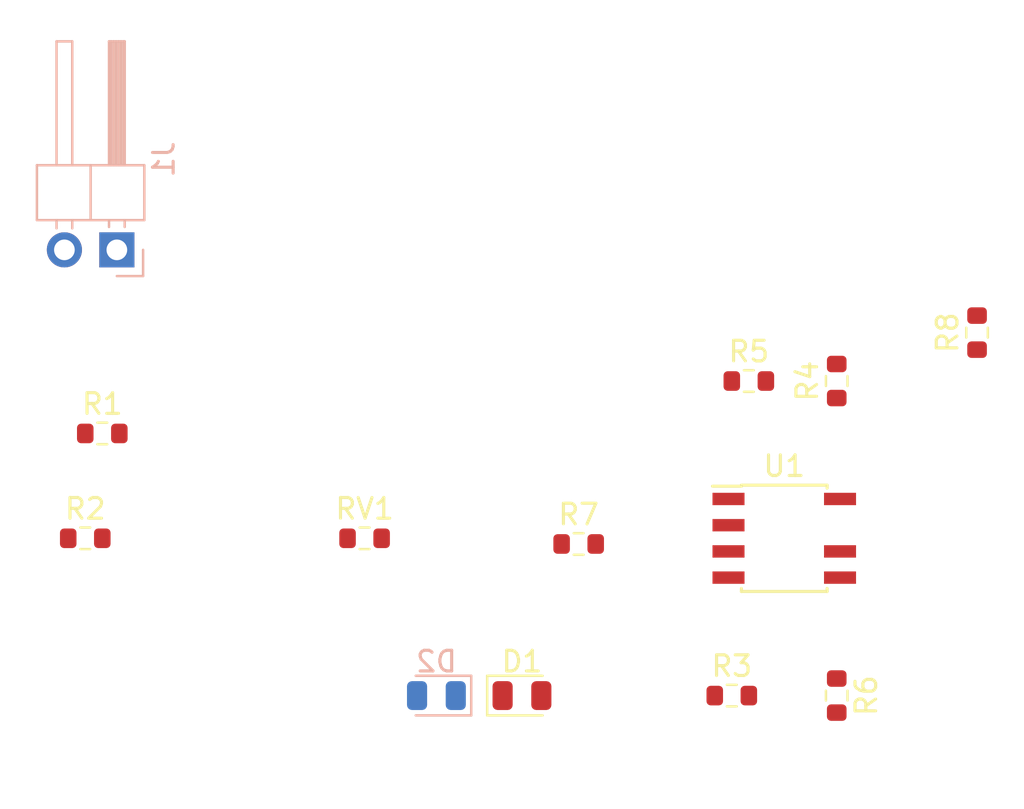
<source format=kicad_pcb>
(kicad_pcb (version 20211014) (generator pcbnew)
  (layers (0 "F.Cu" signal) (31 "B.Cu" signal) (34 "B.Paste" user) (35 "F.Paste" user) (36 "B.SilkS" user "B.Silkscreen") (37 "F.SilkS" user "F.Silkscreen") (38 "B.Mask" user) (39 "F.Mask" user) (44 "Edge.Cuts" user))
  (net 0 "")
  (net 1 "Net-(D1-Pad1)")
  (net 2 "Net-(D1-Pad2)")
  (net 3 "Net-(D2-Pad2)")
  (net 4 "Net-(J1-Pad1)")
  (net 5 "Net-(J1-Pad2)")
  (net 6 "GND")
  (net 7 "Net-(R3-Pad1)")
  (net 8 "Net-(R4-Pad2)")
  (net 9 "Net-(R5-Pad2)")
  (net 10 "Net-(R7-Pad1)")
  (net 11 "/Imax")
  (footprint "Resistor_SMD:R_0603_1608Metric" (layer "F.Cu") (at 161.735 89.095 90)
    (fp_text reference "R8" (at 0 -1.43 90) (layer "F.SilkS"))
    (fp_text value "50k")
    (fp_line (start -0.237258 0.5225) (end 0.237258 0.5225) (layer "F.SilkS") (width 0.12))
    (fp_line (start -0.237258 -0.5225) (end 0.237258 -0.5225) (layer "F.SilkS") (width 0.12))
    (pad "1" smd roundrect (at -0.825 0 90) (size 0.8 0.95) (layers "F.Cu" "F.Paste" "F.Mask") (net 10 "Net-(R7-Pad1)"))
    (pad "2" smd roundrect (at 0.825 0 90) (size 0.8 0.95) (layers "F.Cu" "F.Paste" "F.Mask") (net 2 "Net-(D1-Pad2)"))
  )
  (footprint "Package_SO:SOIC-8-N7_3.9x4.9mm_P1.27mm" (layer "F.Cu") (at 152.4 99.06)
    (fp_text reference "U1" (at 0 -3.5) (layer "F.SilkS"))
    (fp_text value "LM358")
    (fp_line (start -2.075 -2.525) (end -3.475 -2.525) (layer "F.SilkS") (width 0.15))
    (fp_line (start 2.075 2.575) (end 2.075 2.43) (layer "F.SilkS") (width 0.15))
    (fp_line (start -2.075 -2.575) (end -2.075 -2.525) (layer "F.SilkS") (width 0.15))
    (fp_line (start 2.075 -2.575) (end 2.075 -2.43) (layer "F.SilkS") (width 0.15))
    (fp_line (start -2.075 2.575) (end 2.075 2.575) (layer "F.SilkS") (width 0.15))
    (fp_line (start -2.075 -2.575) (end 2.075 -2.575) (layer "F.SilkS") (width 0.15))
    (fp_line (start -2.075 2.575) (end -2.075 2.43) (layer "F.SilkS") (width 0.15))
    (pad "1" smd rect (at -2.7 -1.905) (size 1.55 0.6) (layers "F.Cu" "F.Paste" "F.Mask") (net 8 "Net-(R4-Pad2)"))
    (pad "2" smd rect (at -2.7 -0.635) (size 1.55 0.6) (layers "F.Cu" "F.Paste" "F.Mask") (net 7 "Net-(R3-Pad1)"))
    (pad "3" smd rect (at -2.7 0.635) (size 1.55 0.6) (layers "F.Cu" "F.Paste" "F.Mask") (net 5 "Net-(J1-Pad2)"))
    (pad "4" smd rect (at -2.7 1.905) (size 1.55 0.6) (layers "F.Cu" "F.Paste" "F.Mask"))
    (pad "5" smd rect (at 2.7 1.905) (size 1.55 0.6) (layers "F.Cu" "F.Paste" "F.Mask") (net 9 "Net-(R5-Pad2)"))
    (pad "6" smd rect (at 2.7 0.635) (size 1.55 0.6) (layers "F.Cu" "F.Paste" "F.Mask") (net 10 "Net-(R7-Pad1)"))
    (pad "8" smd rect (at 2.7 -1.905) (size 1.55 0.6) (layers "F.Cu" "F.Paste" "F.Mask"))
  )
  (footprint "Resistor_SMD:R_0603_1608Metric" (layer "F.Cu") (at 142.445 99.335)
    (fp_text reference "R7" (at 0 -1.43) (layer "F.SilkS"))
    (fp_text value "1K")
    (fp_line (start -0.237258 0.5225) (end 0.237258 0.5225) (layer "F.SilkS") (width 0.12))
    (fp_line (start -0.237258 -0.5225) (end 0.237258 -0.5225) (layer "F.SilkS") (width 0.12))
    (pad "1" smd roundrect (at -0.825 0) (size 0.8 0.95) (layers "F.Cu" "F.Paste" "F.Mask") (net 10 "Net-(R7-Pad1)"))
    (pad "2" smd roundrect (at 0.825 0) (size 0.8 0.95) (layers "F.Cu" "F.Paste" "F.Mask") (net 11 "/Imax"))
  )
  (footprint "Resistor_SMD:R_0603_1608Metric" (layer "F.Cu") (at 150.685 91.44)
    (fp_text reference "R5" (at 0 -1.43) (layer "F.SilkS"))
    (fp_text value "1K")
    (fp_line (start -0.237258 0.5225) (end 0.237258 0.5225) (layer "F.SilkS") (width 0.12))
    (fp_line (start -0.237258 -0.5225) (end 0.237258 -0.5225) (layer "F.SilkS") (width 0.12))
    (pad "1" smd roundrect (at -0.825 0) (size 0.8 0.95) (layers "F.Cu" "F.Paste" "F.Mask") (net 8 "Net-(R4-Pad2)"))
    (pad "2" smd roundrect (at 0.825 0) (size 0.8 0.95) (layers "F.Cu" "F.Paste" "F.Mask") (net 9 "Net-(R5-Pad2)"))
  )
  (footprint "Diode_SMD:D_0805_2012Metric" (layer "F.Cu") (at 139.7 106.68)
    (fp_text reference "D1" (at 0 -1.65) (layer "F.SilkS"))
    (fp_text value "D_Schottky")
    (fp_line (start -1.685 0.96) (end 1 0.96) (layer "F.SilkS") (width 0.12))
    (fp_line (start -1.685 -0.96) (end -1.685 0.96) (layer "F.SilkS") (width 0.12))
    (fp_line (start 1 -0.96) (end -1.685 -0.96) (layer "F.SilkS") (width 0.12))
    (pad "1" smd roundrect (at -0.9375 0) (size 0.975 1.4) (layers "F.Cu" "F.Paste" "F.Mask") (net 1 "Net-(D1-Pad1)"))
    (pad "2" smd roundrect (at 0.9375 0) (size 0.975 1.4) (layers "F.Cu" "F.Paste" "F.Mask") (net 2 "Net-(D1-Pad2)"))
  )
  (footprint "Resistor_SMD:R_0603_1608Metric" (layer "F.Cu") (at 154.94 106.68 -90)
    (fp_text reference "R6" (at 0 -1.43 90) (layer "F.SilkS"))
    (fp_text value "50k")
    (fp_line (start -0.237258 0.5225) (end 0.237258 0.5225) (layer "F.SilkS") (width 0.12))
    (fp_line (start -0.237258 -0.5225) (end 0.237258 -0.5225) (layer "F.SilkS") (width 0.12))
    (pad "1" smd roundrect (at -0.825 0 270) (size 0.8 0.95) (layers "F.Cu" "F.Paste" "F.Mask") (net 9 "Net-(R5-Pad2)"))
    (pad "2" smd roundrect (at 0.825 0 270) (size 0.8 0.95) (layers "F.Cu" "F.Paste" "F.Mask") (net 6 "GND"))
  )
  (footprint "Resistor_SMD:R_0603_1608Metric" (layer "F.Cu") (at 149.86 106.68)
    (fp_text reference "R3" (at 0 -1.43) (layer "F.SilkS"))
    (fp_text value "1k")
    (fp_line (start -0.237258 0.5225) (end 0.237258 0.5225) (layer "F.SilkS") (width 0.12))
    (fp_line (start -0.237258 -0.5225) (end 0.237258 -0.5225) (layer "F.SilkS") (width 0.12))
    (pad "1" smd roundrect (at -0.825 0) (size 0.8 0.95) (layers "F.Cu" "F.Paste" "F.Mask") (net 7 "Net-(R3-Pad1)"))
    (pad "2" smd roundrect (at 0.825 0) (size 0.8 0.95) (layers "F.Cu" "F.Paste" "F.Mask") (net 6 "GND"))
  )
  (footprint "Resistor_SMD:R_0603_1608Metric" (layer "F.Cu") (at 119.38 93.98)
    (fp_text reference "R1" (at 0 -1.43) (layer "F.SilkS"))
    (fp_text value "10m")
    (fp_line (start -0.237258 0.5225) (end 0.237258 0.5225) (layer "F.SilkS") (width 0.12))
    (fp_line (start -0.237258 -0.5225) (end 0.237258 -0.5225) (layer "F.SilkS") (width 0.12))
    (pad "1" smd roundrect (at -0.825 0) (size 0.8 0.95) (layers "F.Cu" "F.Paste" "F.Mask") (net 5 "Net-(J1-Pad2)"))
    (pad "2" smd roundrect (at 0.825 0) (size 0.8 0.95) (layers "F.Cu" "F.Paste" "F.Mask") (net 6 "GND"))
  )
  (footprint "Resistor_SMD:R_0603_1608Metric" (layer "F.Cu") (at 154.94 91.44 90)
    (fp_text reference "R4" (at 0 -1.43 90) (layer "F.SilkS"))
    (fp_text value "50k")
    (fp_line (start -0.237258 0.5225) (end 0.237258 0.5225) (layer "F.SilkS") (width 0.12))
    (fp_line (start -0.237258 -0.5225) (end 0.237258 -0.5225) (layer "F.SilkS") (width 0.12))
    (pad "1" smd roundrect (at -0.825 0 90) (size 0.8 0.95) (layers "F.Cu" "F.Paste" "F.Mask") (net 7 "Net-(R3-Pad1)"))
    (pad "2" smd roundrect (at 0.825 0 90) (size 0.8 0.95) (layers "F.Cu" "F.Paste" "F.Mask") (net 8 "Net-(R4-Pad2)"))
  )
  (footprint "Resistor_SMD:R_0603_1608Metric" (layer "F.Cu") (at 132.08 99.06)
    (fp_text reference "RV1" (at 0 -1.43) (layer "F.SilkS"))
    (fp_text value "100k")
    (fp_line (start -0.237258 -0.5225) (end 0.237258 -0.5225) (layer "F.SilkS") (width 0.12))
    (fp_line (start -0.237258 0.5225) (end 0.237258 0.5225) (layer "F.SilkS") (width 0.12))
    (pad "1" smd roundrect (at -0.825 0) (size 0.8 0.95) (layers "F.Cu" "F.Paste" "F.Mask") (net 4 "Net-(J1-Pad1)"))
    (pad "2" smd roundrect (at 0.825 0) (size 0.8 0.95) (layers "F.Cu" "F.Paste" "F.Mask") (net 4 "Net-(J1-Pad1)"))
  )
  (footprint "Resistor_SMD:R_0603_1608Metric" (layer "F.Cu") (at 118.555 99.06)
    (fp_text reference "R2" (at 0 -1.43) (layer "F.SilkS"))
    (fp_text value "3.3k")
    (fp_line (start -0.237258 -0.5225) (end 0.237258 -0.5225) (layer "F.SilkS") (width 0.12))
    (fp_line (start -0.237258 0.5225) (end 0.237258 0.5225) (layer "F.SilkS") (width 0.12))
    (pad "1" smd roundrect (at -0.825 0) (size 0.8 0.95) (layers "F.Cu" "F.Paste" "F.Mask") (net 3 "Net-(D2-Pad2)"))
    (pad "2" smd roundrect (at 0.825 0) (size 0.8 0.95) (layers "F.Cu" "F.Paste" "F.Mask") (net 6 "GND"))
  )
  (footprint "Connector_PinHeader_2.54mm:PinHeader_1x02_P2.54mm_Horizontal" (layer "B.Cu") (at 120.085 85.085 90)
    (fp_text reference "J1" (at 4.385 2.27 90) (layer "B.SilkS") (effects (justify mirror)))
    (fp_text value "Conn_01x02_Female")
    (fp_line (start 4.1 0.32) (end 10.1 0.32) (layer "B.SilkS") (width 0.12))
    (fp_line (start 10.1 -2.92) (end 4.1 -2.92) (layer "B.SilkS") (width 0.12))
    (fp_line (start 1.44 1.33) (end 1.44 -3.87) (layer "B.SilkS") (width 0.12))
    (fp_line (start 4.1 -2.16) (end 10.1 -2.16) (layer "B.SilkS") (width 0.12))
    (fp_line (start 1.44 -3.87) (end 4.1 -3.87) (layer "B.SilkS") (width 0.12))
    (fp_line (start 4.1 -0.16) (end 10.1 -0.16) (layer "B.SilkS") (width 0.12))
    (fp_line (start 4.1 -3.87) (end 4.1 1.33) (layer "B.SilkS") (width 0.12))
    (fp_line (start 4.1 0.38) (end 10.1 0.38) (layer "B.SilkS") (width 0.12))
    (fp_line (start 4.1 1.33) (end 1.44 1.33) (layer "B.SilkS") (width 0.12))
    (fp_line (start 1.11 -0.38) (end 1.44 -0.38) (layer "B.SilkS") (width 0.12))
    (fp_line (start -1.27 1.27) (end 0 1.27) (layer "B.SilkS") (width 0.12))
    (fp_line (start 4.1 0.08) (end 10.1 0.08) (layer "B.SilkS") (width 0.12))
    (fp_line (start 1.042929 -2.16) (end 1.44 -2.16) (layer "B.SilkS") (width 0.12))
    (fp_line (start 1.44 -1.27) (end 4.1 -1.27) (layer "B.SilkS") (width 0.12))
    (fp_line (start 4.1 -0.28) (end 10.1 -0.28) (layer "B.SilkS") (width 0.12))
    (fp_line (start 1.042929 -2.92) (end 1.44 -2.92) (layer "B.SilkS") (width 0.12))
    (fp_line (start 10.1 0.38) (end 10.1 -0.38) (layer "B.SilkS") (width 0.12))
    (fp_line (start 10.1 -2.16) (end 10.1 -2.92) (layer "B.SilkS") (width 0.12))
    (fp_line (start -1.27 0) (end -1.27 1.27) (layer "B.SilkS") (width 0.12))
    (fp_line (start 1.11 0.38) (end 1.44 0.38) (layer "B.SilkS") (width 0.12))
    (fp_line (start 10.1 -0.38) (end 4.1 -0.38) (layer "B.SilkS") (width 0.12))
    (fp_line (start 4.1 -0.04) (end 10.1 -0.04) (layer "B.SilkS") (width 0.12))
    (fp_line (start 4.1 0.2) (end 10.1 0.2) (layer "B.SilkS") (width 0.12))
    (pad "1" thru_hole rect (at 0 0 90) (size 1.7 1.7) (drill 1) (layers *.Cu *.Mask) (net 4 "Net-(J1-Pad1)"))
    (pad "2" thru_hole oval (at 0 -2.54 90) (size 1.7 1.7) (drill 1) (layers *.Cu *.Mask) (net 5 "Net-(J1-Pad2)"))
  )
  (footprint "Diode_SMD:D_0805_2012Metric" (layer "B.Cu") (at 135.5575 106.68 180)
    (fp_text reference "D2" (at 0 1.65) (layer "B.SilkS") (effects (justify mirror)))
    (fp_text value "D_Schottky")
    (fp_line (start 1 0.96) (end -1.685 0.96) (layer "B.SilkS") (width 0.12))
    (fp_line (start -1.685 -0.96) (end 1 -0.96) (layer "B.SilkS") (width 0.12))
    (fp_line (start -1.685 0.96) (end -1.685 -0.96) (layer "B.SilkS") (width 0.12))
    (pad "1" smd roundrect (at -0.9375 0 180) (size 0.975 1.4) (layers "B.Cu" "B.Paste" "B.Mask") (net 1 "Net-(D1-Pad1)"))
    (pad "2" smd roundrect (at 0.9375 0 180) (size 0.975 1.4) (layers "B.Cu" "B.Paste" "B.Mask") (net 3 "Net-(D2-Pad2)"))
  )
)
</source>
